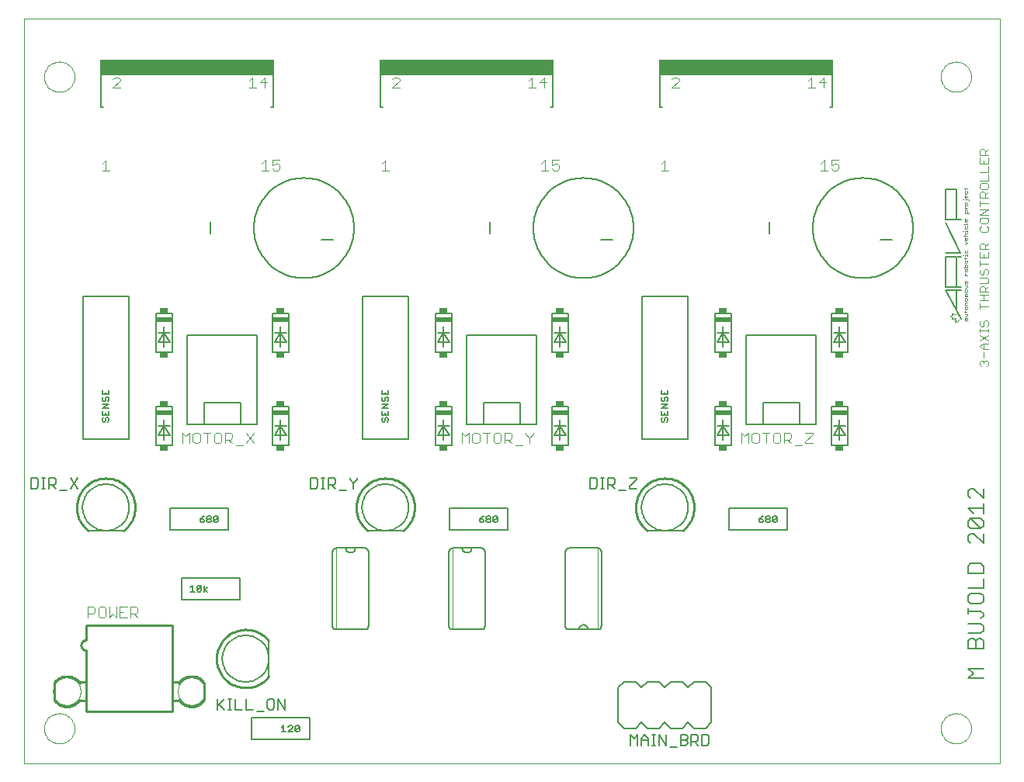
<source format=gto>
G75*
G70*
%OFA0B0*%
%FSLAX24Y24*%
%IPPOS*%
%LPD*%
%AMOC8*
5,1,8,0,0,1.08239X$1,22.5*
%
%ADD10C,0.0000*%
%ADD11C,0.0060*%
%ADD12C,0.0030*%
%ADD13C,0.0040*%
%ADD14R,0.7461X0.0659*%
%ADD15C,0.0080*%
%ADD16R,0.0736X0.0200*%
%ADD17R,0.0335X0.0250*%
%ADD18C,0.0100*%
%ADD19C,0.0050*%
%ADD20C,0.0020*%
D10*
X000101Y000105D02*
X000101Y032101D01*
X041971Y032101D01*
X041971Y000105D01*
X000101Y000105D01*
X000951Y001605D02*
X000953Y001655D01*
X000959Y001705D01*
X000969Y001755D01*
X000982Y001803D01*
X000999Y001851D01*
X001020Y001897D01*
X001044Y001941D01*
X001072Y001983D01*
X001103Y002023D01*
X001137Y002060D01*
X001174Y002095D01*
X001213Y002126D01*
X001254Y002155D01*
X001298Y002180D01*
X001344Y002202D01*
X001391Y002220D01*
X001439Y002234D01*
X001488Y002245D01*
X001538Y002252D01*
X001588Y002255D01*
X001639Y002254D01*
X001689Y002249D01*
X001739Y002240D01*
X001787Y002228D01*
X001835Y002211D01*
X001881Y002191D01*
X001926Y002168D01*
X001969Y002141D01*
X002009Y002111D01*
X002047Y002078D01*
X002082Y002042D01*
X002115Y002003D01*
X002144Y001962D01*
X002170Y001919D01*
X002193Y001874D01*
X002212Y001827D01*
X002227Y001779D01*
X002239Y001730D01*
X002247Y001680D01*
X002251Y001630D01*
X002251Y001580D01*
X002247Y001530D01*
X002239Y001480D01*
X002227Y001431D01*
X002212Y001383D01*
X002193Y001336D01*
X002170Y001291D01*
X002144Y001248D01*
X002115Y001207D01*
X002082Y001168D01*
X002047Y001132D01*
X002009Y001099D01*
X001969Y001069D01*
X001926Y001042D01*
X001881Y001019D01*
X001835Y000999D01*
X001787Y000982D01*
X001739Y000970D01*
X001689Y000961D01*
X001639Y000956D01*
X001588Y000955D01*
X001538Y000958D01*
X001488Y000965D01*
X001439Y000976D01*
X001391Y000990D01*
X001344Y001008D01*
X001298Y001030D01*
X001254Y001055D01*
X001213Y001084D01*
X001174Y001115D01*
X001137Y001150D01*
X001103Y001187D01*
X001072Y001227D01*
X001044Y001269D01*
X001020Y001313D01*
X000999Y001359D01*
X000982Y001407D01*
X000969Y001455D01*
X000959Y001505D01*
X000953Y001555D01*
X000951Y001605D01*
X001333Y003203D02*
X001335Y003251D01*
X001341Y003299D01*
X001351Y003346D01*
X001364Y003392D01*
X001382Y003437D01*
X001402Y003481D01*
X001427Y003523D01*
X001455Y003562D01*
X001485Y003599D01*
X001519Y003633D01*
X001556Y003665D01*
X001594Y003694D01*
X001635Y003719D01*
X001678Y003741D01*
X001723Y003759D01*
X001769Y003773D01*
X001816Y003784D01*
X001864Y003791D01*
X001912Y003794D01*
X001960Y003793D01*
X002008Y003788D01*
X002056Y003779D01*
X002102Y003767D01*
X002147Y003750D01*
X002191Y003730D01*
X002233Y003707D01*
X002273Y003680D01*
X002311Y003650D01*
X002346Y003617D01*
X002378Y003581D01*
X002408Y003543D01*
X002434Y003502D01*
X002456Y003459D01*
X002476Y003415D01*
X002491Y003370D01*
X002503Y003323D01*
X002511Y003275D01*
X002515Y003227D01*
X002515Y003179D01*
X002511Y003131D01*
X002503Y003083D01*
X002491Y003036D01*
X002476Y002991D01*
X002456Y002947D01*
X002434Y002904D01*
X002408Y002863D01*
X002378Y002825D01*
X002346Y002789D01*
X002311Y002756D01*
X002273Y002726D01*
X002233Y002699D01*
X002191Y002676D01*
X002147Y002656D01*
X002102Y002639D01*
X002056Y002627D01*
X002008Y002618D01*
X001960Y002613D01*
X001912Y002612D01*
X001864Y002615D01*
X001816Y002622D01*
X001769Y002633D01*
X001723Y002647D01*
X001678Y002665D01*
X001635Y002687D01*
X001594Y002712D01*
X001556Y002741D01*
X001519Y002773D01*
X001485Y002807D01*
X001455Y002844D01*
X001427Y002883D01*
X001402Y002925D01*
X001382Y002969D01*
X001364Y003014D01*
X001351Y003060D01*
X001341Y003107D01*
X001335Y003155D01*
X001333Y003203D01*
X006687Y003203D02*
X006689Y003251D01*
X006695Y003299D01*
X006705Y003346D01*
X006718Y003392D01*
X006736Y003437D01*
X006756Y003481D01*
X006781Y003523D01*
X006809Y003562D01*
X006839Y003599D01*
X006873Y003633D01*
X006910Y003665D01*
X006948Y003694D01*
X006989Y003719D01*
X007032Y003741D01*
X007077Y003759D01*
X007123Y003773D01*
X007170Y003784D01*
X007218Y003791D01*
X007266Y003794D01*
X007314Y003793D01*
X007362Y003788D01*
X007410Y003779D01*
X007456Y003767D01*
X007501Y003750D01*
X007545Y003730D01*
X007587Y003707D01*
X007627Y003680D01*
X007665Y003650D01*
X007700Y003617D01*
X007732Y003581D01*
X007762Y003543D01*
X007788Y003502D01*
X007810Y003459D01*
X007830Y003415D01*
X007845Y003370D01*
X007857Y003323D01*
X007865Y003275D01*
X007869Y003227D01*
X007869Y003179D01*
X007865Y003131D01*
X007857Y003083D01*
X007845Y003036D01*
X007830Y002991D01*
X007810Y002947D01*
X007788Y002904D01*
X007762Y002863D01*
X007732Y002825D01*
X007700Y002789D01*
X007665Y002756D01*
X007627Y002726D01*
X007587Y002699D01*
X007545Y002676D01*
X007501Y002656D01*
X007456Y002639D01*
X007410Y002627D01*
X007362Y002618D01*
X007314Y002613D01*
X007266Y002612D01*
X007218Y002615D01*
X007170Y002622D01*
X007123Y002633D01*
X007077Y002647D01*
X007032Y002665D01*
X006989Y002687D01*
X006948Y002712D01*
X006910Y002741D01*
X006873Y002773D01*
X006839Y002807D01*
X006809Y002844D01*
X006781Y002883D01*
X006756Y002925D01*
X006736Y002969D01*
X006718Y003014D01*
X006705Y003060D01*
X006695Y003107D01*
X006689Y003155D01*
X006687Y003203D01*
X039451Y001605D02*
X039453Y001655D01*
X039459Y001705D01*
X039469Y001755D01*
X039482Y001803D01*
X039499Y001851D01*
X039520Y001897D01*
X039544Y001941D01*
X039572Y001983D01*
X039603Y002023D01*
X039637Y002060D01*
X039674Y002095D01*
X039713Y002126D01*
X039754Y002155D01*
X039798Y002180D01*
X039844Y002202D01*
X039891Y002220D01*
X039939Y002234D01*
X039988Y002245D01*
X040038Y002252D01*
X040088Y002255D01*
X040139Y002254D01*
X040189Y002249D01*
X040239Y002240D01*
X040287Y002228D01*
X040335Y002211D01*
X040381Y002191D01*
X040426Y002168D01*
X040469Y002141D01*
X040509Y002111D01*
X040547Y002078D01*
X040582Y002042D01*
X040615Y002003D01*
X040644Y001962D01*
X040670Y001919D01*
X040693Y001874D01*
X040712Y001827D01*
X040727Y001779D01*
X040739Y001730D01*
X040747Y001680D01*
X040751Y001630D01*
X040751Y001580D01*
X040747Y001530D01*
X040739Y001480D01*
X040727Y001431D01*
X040712Y001383D01*
X040693Y001336D01*
X040670Y001291D01*
X040644Y001248D01*
X040615Y001207D01*
X040582Y001168D01*
X040547Y001132D01*
X040509Y001099D01*
X040469Y001069D01*
X040426Y001042D01*
X040381Y001019D01*
X040335Y000999D01*
X040287Y000982D01*
X040239Y000970D01*
X040189Y000961D01*
X040139Y000956D01*
X040088Y000955D01*
X040038Y000958D01*
X039988Y000965D01*
X039939Y000976D01*
X039891Y000990D01*
X039844Y001008D01*
X039798Y001030D01*
X039754Y001055D01*
X039713Y001084D01*
X039674Y001115D01*
X039637Y001150D01*
X039603Y001187D01*
X039572Y001227D01*
X039544Y001269D01*
X039520Y001313D01*
X039499Y001359D01*
X039482Y001407D01*
X039469Y001455D01*
X039459Y001505D01*
X039453Y001555D01*
X039451Y001605D01*
X039451Y029605D02*
X039453Y029655D01*
X039459Y029705D01*
X039469Y029755D01*
X039482Y029803D01*
X039499Y029851D01*
X039520Y029897D01*
X039544Y029941D01*
X039572Y029983D01*
X039603Y030023D01*
X039637Y030060D01*
X039674Y030095D01*
X039713Y030126D01*
X039754Y030155D01*
X039798Y030180D01*
X039844Y030202D01*
X039891Y030220D01*
X039939Y030234D01*
X039988Y030245D01*
X040038Y030252D01*
X040088Y030255D01*
X040139Y030254D01*
X040189Y030249D01*
X040239Y030240D01*
X040287Y030228D01*
X040335Y030211D01*
X040381Y030191D01*
X040426Y030168D01*
X040469Y030141D01*
X040509Y030111D01*
X040547Y030078D01*
X040582Y030042D01*
X040615Y030003D01*
X040644Y029962D01*
X040670Y029919D01*
X040693Y029874D01*
X040712Y029827D01*
X040727Y029779D01*
X040739Y029730D01*
X040747Y029680D01*
X040751Y029630D01*
X040751Y029580D01*
X040747Y029530D01*
X040739Y029480D01*
X040727Y029431D01*
X040712Y029383D01*
X040693Y029336D01*
X040670Y029291D01*
X040644Y029248D01*
X040615Y029207D01*
X040582Y029168D01*
X040547Y029132D01*
X040509Y029099D01*
X040469Y029069D01*
X040426Y029042D01*
X040381Y029019D01*
X040335Y028999D01*
X040287Y028982D01*
X040239Y028970D01*
X040189Y028961D01*
X040139Y028956D01*
X040088Y028955D01*
X040038Y028958D01*
X039988Y028965D01*
X039939Y028976D01*
X039891Y028990D01*
X039844Y029008D01*
X039798Y029030D01*
X039754Y029055D01*
X039713Y029084D01*
X039674Y029115D01*
X039637Y029150D01*
X039603Y029187D01*
X039572Y029227D01*
X039544Y029269D01*
X039520Y029313D01*
X039499Y029359D01*
X039482Y029407D01*
X039469Y029455D01*
X039459Y029505D01*
X039453Y029555D01*
X039451Y029605D01*
X000951Y029605D02*
X000953Y029655D01*
X000959Y029705D01*
X000969Y029755D01*
X000982Y029803D01*
X000999Y029851D01*
X001020Y029897D01*
X001044Y029941D01*
X001072Y029983D01*
X001103Y030023D01*
X001137Y030060D01*
X001174Y030095D01*
X001213Y030126D01*
X001254Y030155D01*
X001298Y030180D01*
X001344Y030202D01*
X001391Y030220D01*
X001439Y030234D01*
X001488Y030245D01*
X001538Y030252D01*
X001588Y030255D01*
X001639Y030254D01*
X001689Y030249D01*
X001739Y030240D01*
X001787Y030228D01*
X001835Y030211D01*
X001881Y030191D01*
X001926Y030168D01*
X001969Y030141D01*
X002009Y030111D01*
X002047Y030078D01*
X002082Y030042D01*
X002115Y030003D01*
X002144Y029962D01*
X002170Y029919D01*
X002193Y029874D01*
X002212Y029827D01*
X002227Y029779D01*
X002239Y029730D01*
X002247Y029680D01*
X002251Y029630D01*
X002251Y029580D01*
X002247Y029530D01*
X002239Y029480D01*
X002227Y029431D01*
X002212Y029383D01*
X002193Y029336D01*
X002170Y029291D01*
X002144Y029248D01*
X002115Y029207D01*
X002082Y029168D01*
X002047Y029132D01*
X002009Y029099D01*
X001969Y029069D01*
X001926Y029042D01*
X001881Y029019D01*
X001835Y028999D01*
X001787Y028982D01*
X001739Y028970D01*
X001689Y028961D01*
X001639Y028956D01*
X001588Y028955D01*
X001538Y028958D01*
X001488Y028965D01*
X001439Y028976D01*
X001391Y028990D01*
X001344Y029008D01*
X001298Y029030D01*
X001254Y029055D01*
X001213Y029084D01*
X001174Y029115D01*
X001137Y029150D01*
X001103Y029187D01*
X001072Y029227D01*
X001044Y029269D01*
X001020Y029313D01*
X000999Y029359D01*
X000982Y029407D01*
X000969Y029455D01*
X000959Y029505D01*
X000953Y029555D01*
X000951Y029605D01*
D11*
X003401Y029705D02*
X003401Y028305D01*
X003501Y028305D01*
X010701Y028305D02*
X010801Y028305D01*
X010801Y029705D01*
X015401Y029705D02*
X015401Y028305D01*
X015501Y028305D01*
X022701Y028305D02*
X022801Y028305D01*
X022801Y029705D01*
X027401Y029705D02*
X027401Y028305D01*
X027501Y028305D01*
X034701Y028305D02*
X034801Y028305D01*
X034801Y029705D01*
X034739Y019424D02*
X035463Y019424D01*
X035463Y017785D01*
X034739Y017785D01*
X034739Y019424D01*
X035101Y018855D02*
X035101Y018605D01*
X034851Y018605D01*
X035101Y018605D02*
X034851Y018205D01*
X035351Y018205D01*
X035101Y018605D01*
X035351Y018605D01*
X035101Y018605D02*
X035101Y018005D01*
X035463Y015424D02*
X034739Y015424D01*
X034739Y013785D01*
X035463Y013785D01*
X035463Y015424D01*
X035101Y014855D02*
X035101Y014605D01*
X034851Y014605D01*
X035101Y014605D02*
X034851Y014205D01*
X035351Y014205D01*
X035101Y014605D01*
X035351Y014605D01*
X035101Y014605D02*
X035101Y014005D01*
X030463Y013785D02*
X030463Y015424D01*
X029739Y015424D01*
X029739Y013785D01*
X030463Y013785D01*
X030101Y014005D02*
X030101Y014605D01*
X029851Y014605D01*
X030101Y014605D02*
X029851Y014205D01*
X030351Y014205D01*
X030101Y014605D01*
X030351Y014605D01*
X030101Y014605D02*
X030101Y014855D01*
X029739Y017785D02*
X030463Y017785D01*
X030463Y019424D01*
X029739Y019424D01*
X029739Y017785D01*
X030101Y018005D02*
X030101Y018605D01*
X029851Y018605D01*
X030101Y018605D02*
X029851Y018205D01*
X030351Y018205D01*
X030101Y018605D01*
X030351Y018605D01*
X030101Y018605D02*
X030101Y018855D01*
X023463Y019424D02*
X023463Y017785D01*
X022739Y017785D01*
X022739Y019424D01*
X023463Y019424D01*
X023101Y018855D02*
X023101Y018605D01*
X022851Y018605D01*
X023101Y018605D02*
X023351Y018605D01*
X023101Y018605D02*
X022851Y018205D01*
X023351Y018205D01*
X023101Y018605D01*
X023101Y018005D01*
X023463Y015424D02*
X022739Y015424D01*
X022739Y013785D01*
X023463Y013785D01*
X023463Y015424D01*
X023101Y014855D02*
X023101Y014605D01*
X022851Y014605D01*
X023101Y014605D02*
X023351Y014605D01*
X023101Y014605D02*
X022851Y014205D01*
X023351Y014205D01*
X023101Y014605D01*
X023101Y014005D01*
X018463Y013785D02*
X018463Y015424D01*
X017739Y015424D01*
X017739Y013785D01*
X018463Y013785D01*
X018101Y014005D02*
X018101Y014605D01*
X017851Y014605D01*
X018101Y014605D02*
X017851Y014205D01*
X018351Y014205D01*
X018101Y014605D01*
X018351Y014605D01*
X018101Y014605D02*
X018101Y014855D01*
X017739Y017785D02*
X018463Y017785D01*
X018463Y019424D01*
X017739Y019424D01*
X017739Y017785D01*
X018101Y018005D02*
X018101Y018605D01*
X017851Y018605D01*
X018101Y018605D02*
X017851Y018205D01*
X018351Y018205D01*
X018101Y018605D01*
X018351Y018605D01*
X018101Y018605D02*
X018101Y018855D01*
X011463Y019424D02*
X011463Y017785D01*
X010739Y017785D01*
X010739Y019424D01*
X011463Y019424D01*
X011101Y018855D02*
X011101Y018605D01*
X010851Y018605D01*
X011101Y018605D02*
X010851Y018205D01*
X011351Y018205D01*
X011101Y018605D01*
X011351Y018605D01*
X011101Y018605D02*
X011101Y018005D01*
X011463Y015424D02*
X010739Y015424D01*
X010739Y013785D01*
X011463Y013785D01*
X011463Y015424D01*
X011101Y014855D02*
X011101Y014605D01*
X010851Y014605D01*
X011101Y014605D02*
X010851Y014205D01*
X011351Y014205D01*
X011101Y014605D01*
X011351Y014605D01*
X011101Y014605D02*
X011101Y014005D01*
X006463Y013785D02*
X006463Y015424D01*
X005739Y015424D01*
X005739Y013785D01*
X006463Y013785D01*
X006101Y014005D02*
X006101Y014605D01*
X005851Y014605D01*
X006101Y014605D02*
X005851Y014205D01*
X006351Y014205D01*
X006101Y014605D01*
X006351Y014605D01*
X006101Y014605D02*
X006101Y014855D01*
X005739Y017785D02*
X006463Y017785D01*
X006463Y019424D01*
X005739Y019424D01*
X005739Y017785D01*
X006101Y018005D02*
X006101Y018605D01*
X005851Y018605D01*
X006101Y018605D02*
X005851Y018205D01*
X006351Y018205D01*
X006101Y018605D01*
X006351Y018605D01*
X006101Y018605D02*
X006101Y018855D01*
X002601Y011105D02*
X002603Y011168D01*
X002609Y011230D01*
X002619Y011292D01*
X002632Y011354D01*
X002650Y011414D01*
X002671Y011473D01*
X002696Y011531D01*
X002725Y011587D01*
X002757Y011641D01*
X002792Y011693D01*
X002830Y011742D01*
X002872Y011790D01*
X002916Y011834D01*
X002964Y011876D01*
X003013Y011914D01*
X003065Y011949D01*
X003119Y011981D01*
X003175Y012010D01*
X003233Y012035D01*
X003292Y012056D01*
X003352Y012074D01*
X003414Y012087D01*
X003476Y012097D01*
X003538Y012103D01*
X003601Y012105D01*
X003664Y012103D01*
X003726Y012097D01*
X003788Y012087D01*
X003850Y012074D01*
X003910Y012056D01*
X003969Y012035D01*
X004027Y012010D01*
X004083Y011981D01*
X004137Y011949D01*
X004189Y011914D01*
X004238Y011876D01*
X004286Y011834D01*
X004330Y011790D01*
X004372Y011742D01*
X004410Y011693D01*
X004445Y011641D01*
X004477Y011587D01*
X004506Y011531D01*
X004531Y011473D01*
X004552Y011414D01*
X004570Y011354D01*
X004583Y011292D01*
X004593Y011230D01*
X004599Y011168D01*
X004601Y011105D01*
X004599Y011042D01*
X004593Y010980D01*
X004583Y010918D01*
X004570Y010856D01*
X004552Y010796D01*
X004531Y010737D01*
X004506Y010679D01*
X004477Y010623D01*
X004445Y010569D01*
X004410Y010517D01*
X004372Y010468D01*
X004330Y010420D01*
X004286Y010376D01*
X004238Y010334D01*
X004189Y010296D01*
X004137Y010261D01*
X004083Y010229D01*
X004027Y010200D01*
X003969Y010175D01*
X003910Y010154D01*
X003850Y010136D01*
X003788Y010123D01*
X003726Y010113D01*
X003664Y010107D01*
X003601Y010105D01*
X003538Y010107D01*
X003476Y010113D01*
X003414Y010123D01*
X003352Y010136D01*
X003292Y010154D01*
X003233Y010175D01*
X003175Y010200D01*
X003119Y010229D01*
X003065Y010261D01*
X003013Y010296D01*
X002964Y010334D01*
X002916Y010376D01*
X002872Y010420D01*
X002830Y010468D01*
X002792Y010517D01*
X002757Y010569D01*
X002725Y010623D01*
X002696Y010679D01*
X002671Y010737D01*
X002650Y010796D01*
X002632Y010856D01*
X002619Y010918D01*
X002609Y010980D01*
X002603Y011042D01*
X002601Y011105D01*
X008601Y004605D02*
X008603Y004668D01*
X008609Y004730D01*
X008619Y004792D01*
X008632Y004854D01*
X008650Y004914D01*
X008671Y004973D01*
X008696Y005031D01*
X008725Y005087D01*
X008757Y005141D01*
X008792Y005193D01*
X008830Y005242D01*
X008872Y005290D01*
X008916Y005334D01*
X008964Y005376D01*
X009013Y005414D01*
X009065Y005449D01*
X009119Y005481D01*
X009175Y005510D01*
X009233Y005535D01*
X009292Y005556D01*
X009352Y005574D01*
X009414Y005587D01*
X009476Y005597D01*
X009538Y005603D01*
X009601Y005605D01*
X009664Y005603D01*
X009726Y005597D01*
X009788Y005587D01*
X009850Y005574D01*
X009910Y005556D01*
X009969Y005535D01*
X010027Y005510D01*
X010083Y005481D01*
X010137Y005449D01*
X010189Y005414D01*
X010238Y005376D01*
X010286Y005334D01*
X010330Y005290D01*
X010372Y005242D01*
X010410Y005193D01*
X010445Y005141D01*
X010477Y005087D01*
X010506Y005031D01*
X010531Y004973D01*
X010552Y004914D01*
X010570Y004854D01*
X010583Y004792D01*
X010593Y004730D01*
X010599Y004668D01*
X010601Y004605D01*
X010599Y004542D01*
X010593Y004480D01*
X010583Y004418D01*
X010570Y004356D01*
X010552Y004296D01*
X010531Y004237D01*
X010506Y004179D01*
X010477Y004123D01*
X010445Y004069D01*
X010410Y004017D01*
X010372Y003968D01*
X010330Y003920D01*
X010286Y003876D01*
X010238Y003834D01*
X010189Y003796D01*
X010137Y003761D01*
X010083Y003729D01*
X010027Y003700D01*
X009969Y003675D01*
X009910Y003654D01*
X009850Y003636D01*
X009788Y003623D01*
X009726Y003613D01*
X009664Y003607D01*
X009601Y003605D01*
X009538Y003607D01*
X009476Y003613D01*
X009414Y003623D01*
X009352Y003636D01*
X009292Y003654D01*
X009233Y003675D01*
X009175Y003700D01*
X009119Y003729D01*
X009065Y003761D01*
X009013Y003796D01*
X008964Y003834D01*
X008916Y003876D01*
X008872Y003920D01*
X008830Y003968D01*
X008792Y004017D01*
X008757Y004069D01*
X008725Y004123D01*
X008696Y004179D01*
X008671Y004237D01*
X008650Y004296D01*
X008632Y004356D01*
X008619Y004418D01*
X008609Y004480D01*
X008603Y004542D01*
X008601Y004605D01*
X013331Y006005D02*
X013331Y009205D01*
X013333Y009228D01*
X013338Y009251D01*
X013347Y009273D01*
X013360Y009293D01*
X013375Y009311D01*
X013393Y009326D01*
X013413Y009339D01*
X013435Y009348D01*
X013458Y009353D01*
X013481Y009355D01*
X013901Y009355D01*
X014301Y009355D01*
X014721Y009355D01*
X014744Y009353D01*
X014767Y009348D01*
X014789Y009339D01*
X014809Y009326D01*
X014827Y009311D01*
X014842Y009293D01*
X014855Y009273D01*
X014864Y009251D01*
X014869Y009228D01*
X014871Y009205D01*
X014871Y006005D01*
X014869Y005982D01*
X014864Y005959D01*
X014855Y005937D01*
X014842Y005917D01*
X014827Y005899D01*
X014809Y005884D01*
X014789Y005871D01*
X014767Y005862D01*
X014744Y005857D01*
X014721Y005855D01*
X013481Y005855D01*
X013458Y005857D01*
X013435Y005862D01*
X013413Y005871D01*
X013393Y005884D01*
X013375Y005899D01*
X013360Y005917D01*
X013347Y005937D01*
X013338Y005959D01*
X013333Y005982D01*
X013331Y006005D01*
X013901Y009355D02*
X013903Y009328D01*
X013908Y009301D01*
X013918Y009275D01*
X013930Y009251D01*
X013946Y009229D01*
X013964Y009209D01*
X013986Y009192D01*
X014009Y009177D01*
X014034Y009167D01*
X014060Y009159D01*
X014087Y009155D01*
X014115Y009155D01*
X014142Y009159D01*
X014168Y009167D01*
X014193Y009177D01*
X014216Y009192D01*
X014238Y009209D01*
X014256Y009229D01*
X014272Y009251D01*
X014284Y009275D01*
X014294Y009301D01*
X014299Y009328D01*
X014301Y009355D01*
X014601Y011105D02*
X014603Y011168D01*
X014609Y011230D01*
X014619Y011292D01*
X014632Y011354D01*
X014650Y011414D01*
X014671Y011473D01*
X014696Y011531D01*
X014725Y011587D01*
X014757Y011641D01*
X014792Y011693D01*
X014830Y011742D01*
X014872Y011790D01*
X014916Y011834D01*
X014964Y011876D01*
X015013Y011914D01*
X015065Y011949D01*
X015119Y011981D01*
X015175Y012010D01*
X015233Y012035D01*
X015292Y012056D01*
X015352Y012074D01*
X015414Y012087D01*
X015476Y012097D01*
X015538Y012103D01*
X015601Y012105D01*
X015664Y012103D01*
X015726Y012097D01*
X015788Y012087D01*
X015850Y012074D01*
X015910Y012056D01*
X015969Y012035D01*
X016027Y012010D01*
X016083Y011981D01*
X016137Y011949D01*
X016189Y011914D01*
X016238Y011876D01*
X016286Y011834D01*
X016330Y011790D01*
X016372Y011742D01*
X016410Y011693D01*
X016445Y011641D01*
X016477Y011587D01*
X016506Y011531D01*
X016531Y011473D01*
X016552Y011414D01*
X016570Y011354D01*
X016583Y011292D01*
X016593Y011230D01*
X016599Y011168D01*
X016601Y011105D01*
X016599Y011042D01*
X016593Y010980D01*
X016583Y010918D01*
X016570Y010856D01*
X016552Y010796D01*
X016531Y010737D01*
X016506Y010679D01*
X016477Y010623D01*
X016445Y010569D01*
X016410Y010517D01*
X016372Y010468D01*
X016330Y010420D01*
X016286Y010376D01*
X016238Y010334D01*
X016189Y010296D01*
X016137Y010261D01*
X016083Y010229D01*
X016027Y010200D01*
X015969Y010175D01*
X015910Y010154D01*
X015850Y010136D01*
X015788Y010123D01*
X015726Y010113D01*
X015664Y010107D01*
X015601Y010105D01*
X015538Y010107D01*
X015476Y010113D01*
X015414Y010123D01*
X015352Y010136D01*
X015292Y010154D01*
X015233Y010175D01*
X015175Y010200D01*
X015119Y010229D01*
X015065Y010261D01*
X015013Y010296D01*
X014964Y010334D01*
X014916Y010376D01*
X014872Y010420D01*
X014830Y010468D01*
X014792Y010517D01*
X014757Y010569D01*
X014725Y010623D01*
X014696Y010679D01*
X014671Y010737D01*
X014650Y010796D01*
X014632Y010856D01*
X014619Y010918D01*
X014609Y010980D01*
X014603Y011042D01*
X014601Y011105D01*
X018331Y009205D02*
X018331Y006005D01*
X018333Y005982D01*
X018338Y005959D01*
X018347Y005937D01*
X018360Y005917D01*
X018375Y005899D01*
X018393Y005884D01*
X018413Y005871D01*
X018435Y005862D01*
X018458Y005857D01*
X018481Y005855D01*
X019721Y005855D01*
X019744Y005857D01*
X019767Y005862D01*
X019789Y005871D01*
X019809Y005884D01*
X019827Y005899D01*
X019842Y005917D01*
X019855Y005937D01*
X019864Y005959D01*
X019869Y005982D01*
X019871Y006005D01*
X019871Y009205D01*
X019869Y009228D01*
X019864Y009251D01*
X019855Y009273D01*
X019842Y009293D01*
X019827Y009311D01*
X019809Y009326D01*
X019789Y009339D01*
X019767Y009348D01*
X019744Y009353D01*
X019721Y009355D01*
X019301Y009355D01*
X018901Y009355D01*
X018481Y009355D01*
X018458Y009353D01*
X018435Y009348D01*
X018413Y009339D01*
X018393Y009326D01*
X018375Y009311D01*
X018360Y009293D01*
X018347Y009273D01*
X018338Y009251D01*
X018333Y009228D01*
X018331Y009205D01*
X018901Y009355D02*
X018903Y009328D01*
X018908Y009301D01*
X018918Y009275D01*
X018930Y009251D01*
X018946Y009229D01*
X018964Y009209D01*
X018986Y009192D01*
X019009Y009177D01*
X019034Y009167D01*
X019060Y009159D01*
X019087Y009155D01*
X019115Y009155D01*
X019142Y009159D01*
X019168Y009167D01*
X019193Y009177D01*
X019216Y009192D01*
X019238Y009209D01*
X019256Y009229D01*
X019272Y009251D01*
X019284Y009275D01*
X019294Y009301D01*
X019299Y009328D01*
X019301Y009355D01*
X023331Y009205D02*
X023331Y006005D01*
X023333Y005982D01*
X023338Y005959D01*
X023347Y005937D01*
X023360Y005917D01*
X023375Y005899D01*
X023393Y005884D01*
X023413Y005871D01*
X023435Y005862D01*
X023458Y005857D01*
X023481Y005855D01*
X023901Y005855D01*
X024301Y005855D01*
X024721Y005855D01*
X024744Y005857D01*
X024767Y005862D01*
X024789Y005871D01*
X024809Y005884D01*
X024827Y005899D01*
X024842Y005917D01*
X024855Y005937D01*
X024864Y005959D01*
X024869Y005982D01*
X024871Y006005D01*
X024871Y009205D01*
X024869Y009228D01*
X024864Y009251D01*
X024855Y009273D01*
X024842Y009293D01*
X024827Y009311D01*
X024809Y009326D01*
X024789Y009339D01*
X024767Y009348D01*
X024744Y009353D01*
X024721Y009355D01*
X023481Y009355D01*
X023458Y009353D01*
X023435Y009348D01*
X023413Y009339D01*
X023393Y009326D01*
X023375Y009311D01*
X023360Y009293D01*
X023347Y009273D01*
X023338Y009251D01*
X023333Y009228D01*
X023331Y009205D01*
X023901Y005855D02*
X023903Y005882D01*
X023908Y005909D01*
X023918Y005935D01*
X023930Y005959D01*
X023946Y005981D01*
X023964Y006001D01*
X023986Y006018D01*
X024009Y006033D01*
X024034Y006043D01*
X024060Y006051D01*
X024087Y006055D01*
X024115Y006055D01*
X024142Y006051D01*
X024168Y006043D01*
X024193Y006033D01*
X024216Y006018D01*
X024238Y006001D01*
X024256Y005981D01*
X024272Y005959D01*
X024284Y005935D01*
X024294Y005909D01*
X024299Y005882D01*
X024301Y005855D01*
X025851Y003605D02*
X026351Y003605D01*
X026601Y003355D01*
X026851Y003605D01*
X027351Y003605D01*
X027601Y003355D01*
X027851Y003605D01*
X028351Y003605D01*
X028601Y003355D01*
X028851Y003605D01*
X029351Y003605D01*
X029601Y003355D01*
X029601Y001855D01*
X029351Y001605D01*
X028851Y001605D01*
X028601Y001855D01*
X028351Y001605D01*
X027851Y001605D01*
X027601Y001855D01*
X027351Y001605D01*
X026851Y001605D01*
X026601Y001855D01*
X026351Y001605D01*
X025851Y001605D01*
X025601Y001855D01*
X025601Y003355D01*
X025851Y003605D01*
X026601Y011105D02*
X026603Y011168D01*
X026609Y011230D01*
X026619Y011292D01*
X026632Y011354D01*
X026650Y011414D01*
X026671Y011473D01*
X026696Y011531D01*
X026725Y011587D01*
X026757Y011641D01*
X026792Y011693D01*
X026830Y011742D01*
X026872Y011790D01*
X026916Y011834D01*
X026964Y011876D01*
X027013Y011914D01*
X027065Y011949D01*
X027119Y011981D01*
X027175Y012010D01*
X027233Y012035D01*
X027292Y012056D01*
X027352Y012074D01*
X027414Y012087D01*
X027476Y012097D01*
X027538Y012103D01*
X027601Y012105D01*
X027664Y012103D01*
X027726Y012097D01*
X027788Y012087D01*
X027850Y012074D01*
X027910Y012056D01*
X027969Y012035D01*
X028027Y012010D01*
X028083Y011981D01*
X028137Y011949D01*
X028189Y011914D01*
X028238Y011876D01*
X028286Y011834D01*
X028330Y011790D01*
X028372Y011742D01*
X028410Y011693D01*
X028445Y011641D01*
X028477Y011587D01*
X028506Y011531D01*
X028531Y011473D01*
X028552Y011414D01*
X028570Y011354D01*
X028583Y011292D01*
X028593Y011230D01*
X028599Y011168D01*
X028601Y011105D01*
X028599Y011042D01*
X028593Y010980D01*
X028583Y010918D01*
X028570Y010856D01*
X028552Y010796D01*
X028531Y010737D01*
X028506Y010679D01*
X028477Y010623D01*
X028445Y010569D01*
X028410Y010517D01*
X028372Y010468D01*
X028330Y010420D01*
X028286Y010376D01*
X028238Y010334D01*
X028189Y010296D01*
X028137Y010261D01*
X028083Y010229D01*
X028027Y010200D01*
X027969Y010175D01*
X027910Y010154D01*
X027850Y010136D01*
X027788Y010123D01*
X027726Y010113D01*
X027664Y010107D01*
X027601Y010105D01*
X027538Y010107D01*
X027476Y010113D01*
X027414Y010123D01*
X027352Y010136D01*
X027292Y010154D01*
X027233Y010175D01*
X027175Y010200D01*
X027119Y010229D01*
X027065Y010261D01*
X027013Y010296D01*
X026964Y010334D01*
X026916Y010376D01*
X026872Y010420D01*
X026830Y010468D01*
X026792Y010517D01*
X026757Y010569D01*
X026725Y010623D01*
X026696Y010679D01*
X026671Y010737D01*
X026650Y010796D01*
X026632Y010856D01*
X026619Y010918D01*
X026609Y010980D01*
X026603Y011042D01*
X026601Y011105D01*
X040630Y011059D02*
X041271Y011059D01*
X041271Y011272D02*
X041271Y010845D01*
X041164Y010628D02*
X041271Y010521D01*
X041271Y010308D01*
X041164Y010201D01*
X040737Y010628D01*
X041164Y010628D01*
X040844Y010845D02*
X040630Y011059D01*
X040737Y011490D02*
X040630Y011597D01*
X040630Y011810D01*
X040737Y011917D01*
X040844Y011917D01*
X041271Y011490D01*
X041271Y011917D01*
X040737Y010628D02*
X040630Y010521D01*
X040630Y010308D01*
X040737Y010201D01*
X041164Y010201D01*
X041271Y009983D02*
X041271Y009556D01*
X040844Y009983D01*
X040737Y009983D01*
X040630Y009877D01*
X040630Y009663D01*
X040737Y009556D01*
X040737Y008694D02*
X040630Y008588D01*
X040630Y008267D01*
X041271Y008267D01*
X041271Y008588D01*
X041164Y008694D01*
X040737Y008694D01*
X041271Y008050D02*
X041271Y007623D01*
X040630Y007623D01*
X040737Y007405D02*
X040630Y007298D01*
X040630Y007085D01*
X040737Y006978D01*
X041164Y006978D01*
X041271Y007085D01*
X041271Y007298D01*
X041164Y007405D01*
X040737Y007405D01*
X040630Y006761D02*
X040630Y006547D01*
X040630Y006654D02*
X041164Y006654D01*
X041271Y006547D01*
X041271Y006440D01*
X041164Y006334D01*
X041164Y006116D02*
X040630Y006116D01*
X040630Y005689D02*
X041164Y005689D01*
X041271Y005796D01*
X041271Y006009D01*
X041164Y006116D01*
X041164Y005472D02*
X041271Y005365D01*
X041271Y005045D01*
X040630Y005045D01*
X040630Y005365D01*
X040737Y005472D01*
X040844Y005472D01*
X040951Y005365D01*
X040951Y005045D01*
X040951Y005365D02*
X041057Y005472D01*
X041164Y005472D01*
X041271Y004183D02*
X040630Y004183D01*
X040844Y003969D01*
X040630Y003756D01*
X041271Y003756D01*
D12*
X041177Y017166D02*
X041115Y017228D01*
X041115Y017351D01*
X041177Y017413D01*
X041239Y017413D01*
X041301Y017351D01*
X041362Y017413D01*
X041424Y017413D01*
X041486Y017351D01*
X041486Y017228D01*
X041424Y017166D01*
X041301Y017290D02*
X041301Y017351D01*
X041301Y017535D02*
X041301Y017781D01*
X041301Y017903D02*
X041301Y018150D01*
X041239Y018150D02*
X041486Y018150D01*
X041486Y018271D02*
X041115Y018518D01*
X041115Y018640D02*
X041115Y018763D01*
X041115Y018701D02*
X041486Y018701D01*
X041486Y018640D02*
X041486Y018763D01*
X041424Y018885D02*
X041486Y018947D01*
X041486Y019070D01*
X041424Y019132D01*
X041362Y019132D01*
X041301Y019070D01*
X041301Y018947D01*
X041239Y018885D01*
X041177Y018885D01*
X041115Y018947D01*
X041115Y019070D01*
X041177Y019132D01*
X041115Y019622D02*
X041115Y019869D01*
X041115Y019990D02*
X041486Y019990D01*
X041301Y019990D02*
X041301Y020237D01*
X041362Y020358D02*
X041362Y020543D01*
X041301Y020605D01*
X041177Y020605D01*
X041115Y020543D01*
X041115Y020358D01*
X041486Y020358D01*
X041486Y020237D02*
X041115Y020237D01*
X041362Y020482D02*
X041486Y020605D01*
X041424Y020727D02*
X041115Y020727D01*
X041115Y020973D02*
X041424Y020973D01*
X041486Y020912D01*
X041486Y020788D01*
X041424Y020727D01*
X041424Y021095D02*
X041486Y021157D01*
X041486Y021280D01*
X041424Y021342D01*
X041362Y021342D01*
X041301Y021280D01*
X041301Y021157D01*
X041239Y021095D01*
X041177Y021095D01*
X041115Y021157D01*
X041115Y021280D01*
X041177Y021342D01*
X041115Y021463D02*
X041115Y021710D01*
X041115Y021832D02*
X041486Y021832D01*
X041486Y022078D01*
X041486Y022200D02*
X041115Y022200D01*
X041115Y022385D01*
X041177Y022447D01*
X041301Y022447D01*
X041362Y022385D01*
X041362Y022200D01*
X041362Y022323D02*
X041486Y022447D01*
X041115Y022078D02*
X041115Y021832D01*
X041301Y021832D02*
X041301Y021955D01*
X041486Y021587D02*
X041115Y021587D01*
X041177Y022936D02*
X041424Y022936D01*
X041486Y022998D01*
X041486Y023122D01*
X041424Y023183D01*
X041424Y023305D02*
X041177Y023305D01*
X041115Y023366D01*
X041115Y023490D01*
X041177Y023552D01*
X041424Y023552D01*
X041486Y023490D01*
X041486Y023366D01*
X041424Y023305D01*
X041177Y023183D02*
X041115Y023122D01*
X041115Y022998D01*
X041177Y022936D01*
X041115Y023673D02*
X041486Y023920D01*
X041115Y023920D01*
X041115Y024041D02*
X041115Y024288D01*
X041115Y024410D02*
X041115Y024595D01*
X041177Y024657D01*
X041301Y024657D01*
X041362Y024595D01*
X041362Y024410D01*
X041362Y024533D02*
X041486Y024657D01*
X041424Y024778D02*
X041486Y024840D01*
X041486Y024963D01*
X041424Y025025D01*
X041177Y025025D01*
X041115Y024963D01*
X041115Y024840D01*
X041177Y024778D01*
X041424Y024778D01*
X041486Y024410D02*
X041115Y024410D01*
X041115Y024165D02*
X041486Y024165D01*
X041486Y023673D02*
X041115Y023673D01*
X041115Y025146D02*
X041486Y025146D01*
X041486Y025393D01*
X041486Y025515D02*
X041115Y025515D01*
X041115Y025883D02*
X041486Y025883D01*
X041486Y026130D01*
X041486Y026251D02*
X041115Y026251D01*
X041115Y026436D01*
X041177Y026498D01*
X041301Y026498D01*
X041362Y026436D01*
X041362Y026251D01*
X041362Y026375D02*
X041486Y026498D01*
X041115Y026130D02*
X041115Y025883D01*
X041301Y025883D02*
X041301Y026006D01*
X041486Y025761D02*
X041486Y025515D01*
X041486Y019745D02*
X041115Y019745D01*
X041486Y018518D02*
X041115Y018271D01*
X041239Y018150D02*
X041115Y018026D01*
X041239Y017903D01*
X041486Y017903D01*
D13*
X033940Y014321D02*
X033940Y014245D01*
X033633Y013938D01*
X033633Y013861D01*
X033940Y013861D01*
X033940Y014321D02*
X033633Y014321D01*
X033019Y014245D02*
X033019Y014091D01*
X032942Y014014D01*
X032712Y014014D01*
X032712Y013861D02*
X032712Y014321D01*
X032942Y014321D01*
X033019Y014245D01*
X032866Y014014D02*
X033019Y013861D01*
X033173Y013784D02*
X033479Y013784D01*
X032559Y013938D02*
X032559Y014245D01*
X032482Y014321D01*
X032329Y014321D01*
X032252Y014245D01*
X032252Y013938D01*
X032329Y013861D01*
X032482Y013861D01*
X032559Y013938D01*
X032098Y014321D02*
X031791Y014321D01*
X031945Y014321D02*
X031945Y013861D01*
X031638Y013938D02*
X031638Y014245D01*
X031561Y014321D01*
X031408Y014321D01*
X031331Y014245D01*
X031331Y013938D01*
X031408Y013861D01*
X031561Y013861D01*
X031638Y013938D01*
X031178Y013861D02*
X031178Y014321D01*
X031024Y014168D01*
X030871Y014321D01*
X030871Y013861D01*
X021940Y014245D02*
X021940Y014321D01*
X021940Y014245D02*
X021786Y014091D01*
X021786Y013861D01*
X021786Y014091D02*
X021633Y014245D01*
X021633Y014321D01*
X021479Y013784D02*
X021173Y013784D01*
X021019Y013861D02*
X020866Y014014D01*
X020942Y014014D02*
X020712Y014014D01*
X020712Y013861D02*
X020712Y014321D01*
X020942Y014321D01*
X021019Y014245D01*
X021019Y014091D01*
X020942Y014014D01*
X020559Y013938D02*
X020559Y014245D01*
X020482Y014321D01*
X020329Y014321D01*
X020252Y014245D01*
X020252Y013938D01*
X020329Y013861D01*
X020482Y013861D01*
X020559Y013938D01*
X020098Y014321D02*
X019791Y014321D01*
X019945Y014321D02*
X019945Y013861D01*
X019638Y013938D02*
X019638Y014245D01*
X019561Y014321D01*
X019408Y014321D01*
X019331Y014245D01*
X019331Y013938D01*
X019408Y013861D01*
X019561Y013861D01*
X019638Y013938D01*
X019178Y013861D02*
X019178Y014321D01*
X019024Y014168D01*
X018871Y014321D01*
X018871Y013861D01*
X009940Y013861D02*
X009633Y014321D01*
X009940Y014321D02*
X009633Y013861D01*
X009479Y013784D02*
X009173Y013784D01*
X009019Y013861D02*
X008866Y014014D01*
X008942Y014014D02*
X008712Y014014D01*
X008712Y013861D02*
X008712Y014321D01*
X008942Y014321D01*
X009019Y014245D01*
X009019Y014091D01*
X008942Y014014D01*
X008559Y013938D02*
X008559Y014245D01*
X008482Y014321D01*
X008329Y014321D01*
X008252Y014245D01*
X008252Y013938D01*
X008329Y013861D01*
X008482Y013861D01*
X008559Y013938D01*
X008098Y014321D02*
X007791Y014321D01*
X007945Y014321D02*
X007945Y013861D01*
X007638Y013938D02*
X007638Y014245D01*
X007561Y014321D01*
X007408Y014321D01*
X007331Y014245D01*
X007331Y013938D01*
X007408Y013861D01*
X007561Y013861D01*
X007638Y013938D01*
X007178Y013861D02*
X007178Y014321D01*
X007024Y014168D01*
X006871Y014321D01*
X006871Y013861D01*
X004890Y006835D02*
X004967Y006758D01*
X004967Y006605D01*
X004890Y006528D01*
X004660Y006528D01*
X004660Y006375D02*
X004660Y006835D01*
X004890Y006835D01*
X004814Y006528D02*
X004967Y006375D01*
X004507Y006375D02*
X004200Y006375D01*
X004200Y006835D01*
X004507Y006835D01*
X004353Y006605D02*
X004200Y006605D01*
X004046Y006375D02*
X004046Y006835D01*
X003740Y006835D02*
X003740Y006375D01*
X003893Y006528D01*
X004046Y006375D01*
X003586Y006451D02*
X003586Y006758D01*
X003509Y006835D01*
X003356Y006835D01*
X003279Y006758D01*
X003279Y006451D01*
X003356Y006375D01*
X003509Y006375D01*
X003586Y006451D01*
X003126Y006605D02*
X003049Y006528D01*
X002819Y006528D01*
X002819Y006375D02*
X002819Y006835D01*
X003049Y006835D01*
X003126Y006758D01*
X003126Y006605D01*
X003449Y025555D02*
X003755Y025555D01*
X003602Y025555D02*
X003602Y026015D01*
X003449Y025861D01*
X003902Y029125D02*
X004209Y029432D01*
X004209Y029508D01*
X004132Y029585D01*
X003978Y029585D01*
X003902Y029508D01*
X003902Y029125D02*
X004209Y029125D01*
X009746Y029125D02*
X010053Y029125D01*
X009900Y029125D02*
X009900Y029585D01*
X009746Y029432D01*
X010207Y029355D02*
X010513Y029355D01*
X010437Y029585D02*
X010207Y029355D01*
X010437Y029125D02*
X010437Y029585D01*
X010446Y026038D02*
X010446Y025578D01*
X010293Y025578D02*
X010600Y025578D01*
X010753Y025655D02*
X010830Y025578D01*
X010984Y025578D01*
X011060Y025655D01*
X011060Y025808D01*
X010984Y025885D01*
X010907Y025885D01*
X010753Y025808D01*
X010753Y026038D01*
X011060Y026038D01*
X010446Y026038D02*
X010293Y025885D01*
X015449Y025861D02*
X015602Y026015D01*
X015602Y025555D01*
X015449Y025555D02*
X015755Y025555D01*
X015902Y029125D02*
X016209Y029432D01*
X016209Y029508D01*
X016132Y029585D01*
X015978Y029585D01*
X015902Y029508D01*
X015902Y029125D02*
X016209Y029125D01*
X021746Y029125D02*
X022053Y029125D01*
X021900Y029125D02*
X021900Y029585D01*
X021746Y029432D01*
X022207Y029355D02*
X022513Y029355D01*
X022437Y029585D02*
X022207Y029355D01*
X022437Y029125D02*
X022437Y029585D01*
X022446Y026038D02*
X022293Y025885D01*
X022446Y026038D02*
X022446Y025578D01*
X022293Y025578D02*
X022600Y025578D01*
X022753Y025655D02*
X022830Y025578D01*
X022984Y025578D01*
X023060Y025655D01*
X023060Y025808D01*
X022984Y025885D01*
X022907Y025885D01*
X022753Y025808D01*
X022753Y026038D01*
X023060Y026038D01*
X027449Y025861D02*
X027602Y026015D01*
X027602Y025555D01*
X027449Y025555D02*
X027755Y025555D01*
X027902Y029125D02*
X028209Y029432D01*
X028209Y029508D01*
X028132Y029585D01*
X027978Y029585D01*
X027902Y029508D01*
X027902Y029125D02*
X028209Y029125D01*
X033746Y029125D02*
X034053Y029125D01*
X033900Y029125D02*
X033900Y029585D01*
X033746Y029432D01*
X034207Y029355D02*
X034513Y029355D01*
X034437Y029125D02*
X034437Y029585D01*
X034207Y029355D01*
X034446Y026038D02*
X034446Y025578D01*
X034293Y025578D02*
X034600Y025578D01*
X034753Y025655D02*
X034830Y025578D01*
X034984Y025578D01*
X035060Y025655D01*
X035060Y025808D01*
X034984Y025885D01*
X034907Y025885D01*
X034753Y025808D01*
X034753Y026038D01*
X035060Y026038D01*
X034446Y026038D02*
X034293Y025885D01*
D14*
X031101Y030003D03*
X019101Y030003D03*
X007101Y030003D03*
D15*
X008101Y023355D02*
X008101Y022855D01*
X009951Y023105D02*
X009954Y023210D01*
X009961Y023316D01*
X009974Y023420D01*
X009992Y023524D01*
X010015Y023627D01*
X010044Y023729D01*
X010077Y023829D01*
X010115Y023928D01*
X010157Y024024D01*
X010205Y024119D01*
X010257Y024210D01*
X010313Y024299D01*
X010374Y024386D01*
X010439Y024469D01*
X010508Y024549D01*
X010581Y024625D01*
X010657Y024698D01*
X010737Y024767D01*
X010820Y024832D01*
X010907Y024893D01*
X010996Y024949D01*
X011087Y025001D01*
X011182Y025049D01*
X011278Y025091D01*
X011377Y025129D01*
X011477Y025162D01*
X011579Y025191D01*
X011682Y025214D01*
X011786Y025232D01*
X011890Y025245D01*
X011996Y025252D01*
X012101Y025255D01*
X012206Y025252D01*
X012312Y025245D01*
X012416Y025232D01*
X012520Y025214D01*
X012623Y025191D01*
X012725Y025162D01*
X012825Y025129D01*
X012924Y025091D01*
X013020Y025049D01*
X013115Y025001D01*
X013206Y024949D01*
X013295Y024893D01*
X013382Y024832D01*
X013465Y024767D01*
X013545Y024698D01*
X013621Y024625D01*
X013694Y024549D01*
X013763Y024469D01*
X013828Y024386D01*
X013889Y024299D01*
X013945Y024210D01*
X013997Y024119D01*
X014045Y024024D01*
X014087Y023928D01*
X014125Y023829D01*
X014158Y023729D01*
X014187Y023627D01*
X014210Y023524D01*
X014228Y023420D01*
X014241Y023316D01*
X014248Y023210D01*
X014251Y023105D01*
X014248Y023000D01*
X014241Y022894D01*
X014228Y022790D01*
X014210Y022686D01*
X014187Y022583D01*
X014158Y022481D01*
X014125Y022381D01*
X014087Y022282D01*
X014045Y022186D01*
X013997Y022091D01*
X013945Y022000D01*
X013889Y021911D01*
X013828Y021824D01*
X013763Y021741D01*
X013694Y021661D01*
X013621Y021585D01*
X013545Y021512D01*
X013465Y021443D01*
X013382Y021378D01*
X013295Y021317D01*
X013206Y021261D01*
X013115Y021209D01*
X013020Y021161D01*
X012924Y021119D01*
X012825Y021081D01*
X012725Y021048D01*
X012623Y021019D01*
X012520Y020996D01*
X012416Y020978D01*
X012312Y020965D01*
X012206Y020958D01*
X012101Y020955D01*
X011996Y020958D01*
X011890Y020965D01*
X011786Y020978D01*
X011682Y020996D01*
X011579Y021019D01*
X011477Y021048D01*
X011377Y021081D01*
X011278Y021119D01*
X011182Y021161D01*
X011087Y021209D01*
X010996Y021261D01*
X010907Y021317D01*
X010820Y021378D01*
X010737Y021443D01*
X010657Y021512D01*
X010581Y021585D01*
X010508Y021661D01*
X010439Y021741D01*
X010374Y021824D01*
X010313Y021911D01*
X010257Y022000D01*
X010205Y022091D01*
X010157Y022186D01*
X010115Y022282D01*
X010077Y022381D01*
X010044Y022481D01*
X010015Y022583D01*
X009992Y022686D01*
X009974Y022790D01*
X009961Y022894D01*
X009954Y023000D01*
X009951Y023105D01*
X012851Y022605D02*
X013351Y022605D01*
X014617Y020156D02*
X016585Y020156D01*
X016585Y014054D01*
X014617Y014054D01*
X014617Y020156D01*
X019101Y018504D02*
X019101Y014656D01*
X019809Y014656D01*
X019809Y015611D01*
X021382Y015611D01*
X021382Y014656D01*
X022091Y014656D01*
X022091Y018504D01*
X019101Y018504D01*
X019809Y014656D02*
X021382Y014656D01*
X020841Y011077D02*
X018361Y011077D01*
X018361Y010132D01*
X020841Y010132D01*
X020841Y011077D01*
X016351Y010105D02*
X014851Y010105D01*
X009341Y008077D02*
X009341Y007132D01*
X006861Y007132D01*
X006861Y008077D01*
X009341Y008077D01*
X008841Y010132D02*
X006361Y010132D01*
X006361Y011077D01*
X008841Y011077D01*
X008841Y010132D01*
X004351Y010105D02*
X002851Y010105D01*
X002617Y014054D02*
X002617Y020156D01*
X004585Y020156D01*
X004585Y014054D01*
X002617Y014054D01*
X007101Y014656D02*
X007101Y018504D01*
X010091Y018504D01*
X010091Y014656D01*
X009382Y014656D01*
X009382Y015611D01*
X007809Y015611D01*
X007809Y014656D01*
X009382Y014656D01*
X007809Y014656D02*
X007101Y014656D01*
X010601Y005355D02*
X010601Y003855D01*
X009861Y002077D02*
X012341Y002077D01*
X012341Y001132D01*
X009861Y001132D01*
X009861Y002077D01*
X026851Y010105D02*
X028351Y010105D01*
X030361Y010132D02*
X030361Y011077D01*
X032841Y011077D01*
X032841Y010132D01*
X030361Y010132D01*
X028585Y014054D02*
X026617Y014054D01*
X026617Y020156D01*
X028585Y020156D01*
X028585Y014054D01*
X031101Y014656D02*
X031101Y018504D01*
X034091Y018504D01*
X034091Y014656D01*
X033382Y014656D01*
X033382Y015611D01*
X031809Y015611D01*
X031809Y014656D01*
X033382Y014656D01*
X031809Y014656D02*
X031101Y014656D01*
X032101Y022855D02*
X032101Y023355D01*
X033951Y023105D02*
X033954Y023210D01*
X033961Y023316D01*
X033974Y023420D01*
X033992Y023524D01*
X034015Y023627D01*
X034044Y023729D01*
X034077Y023829D01*
X034115Y023928D01*
X034157Y024024D01*
X034205Y024119D01*
X034257Y024210D01*
X034313Y024299D01*
X034374Y024386D01*
X034439Y024469D01*
X034508Y024549D01*
X034581Y024625D01*
X034657Y024698D01*
X034737Y024767D01*
X034820Y024832D01*
X034907Y024893D01*
X034996Y024949D01*
X035087Y025001D01*
X035182Y025049D01*
X035278Y025091D01*
X035377Y025129D01*
X035477Y025162D01*
X035579Y025191D01*
X035682Y025214D01*
X035786Y025232D01*
X035890Y025245D01*
X035996Y025252D01*
X036101Y025255D01*
X036206Y025252D01*
X036312Y025245D01*
X036416Y025232D01*
X036520Y025214D01*
X036623Y025191D01*
X036725Y025162D01*
X036825Y025129D01*
X036924Y025091D01*
X037020Y025049D01*
X037115Y025001D01*
X037206Y024949D01*
X037295Y024893D01*
X037382Y024832D01*
X037465Y024767D01*
X037545Y024698D01*
X037621Y024625D01*
X037694Y024549D01*
X037763Y024469D01*
X037828Y024386D01*
X037889Y024299D01*
X037945Y024210D01*
X037997Y024119D01*
X038045Y024024D01*
X038087Y023928D01*
X038125Y023829D01*
X038158Y023729D01*
X038187Y023627D01*
X038210Y023524D01*
X038228Y023420D01*
X038241Y023316D01*
X038248Y023210D01*
X038251Y023105D01*
X038248Y023000D01*
X038241Y022894D01*
X038228Y022790D01*
X038210Y022686D01*
X038187Y022583D01*
X038158Y022481D01*
X038125Y022381D01*
X038087Y022282D01*
X038045Y022186D01*
X037997Y022091D01*
X037945Y022000D01*
X037889Y021911D01*
X037828Y021824D01*
X037763Y021741D01*
X037694Y021661D01*
X037621Y021585D01*
X037545Y021512D01*
X037465Y021443D01*
X037382Y021378D01*
X037295Y021317D01*
X037206Y021261D01*
X037115Y021209D01*
X037020Y021161D01*
X036924Y021119D01*
X036825Y021081D01*
X036725Y021048D01*
X036623Y021019D01*
X036520Y020996D01*
X036416Y020978D01*
X036312Y020965D01*
X036206Y020958D01*
X036101Y020955D01*
X035996Y020958D01*
X035890Y020965D01*
X035786Y020978D01*
X035682Y020996D01*
X035579Y021019D01*
X035477Y021048D01*
X035377Y021081D01*
X035278Y021119D01*
X035182Y021161D01*
X035087Y021209D01*
X034996Y021261D01*
X034907Y021317D01*
X034820Y021378D01*
X034737Y021443D01*
X034657Y021512D01*
X034581Y021585D01*
X034508Y021661D01*
X034439Y021741D01*
X034374Y021824D01*
X034313Y021911D01*
X034257Y022000D01*
X034205Y022091D01*
X034157Y022186D01*
X034115Y022282D01*
X034077Y022381D01*
X034044Y022481D01*
X034015Y022583D01*
X033992Y022686D01*
X033974Y022790D01*
X033961Y022894D01*
X033954Y023000D01*
X033951Y023105D01*
X036851Y022605D02*
X037351Y022605D01*
X025351Y022605D02*
X024851Y022605D01*
X021951Y023105D02*
X021954Y023210D01*
X021961Y023316D01*
X021974Y023420D01*
X021992Y023524D01*
X022015Y023627D01*
X022044Y023729D01*
X022077Y023829D01*
X022115Y023928D01*
X022157Y024024D01*
X022205Y024119D01*
X022257Y024210D01*
X022313Y024299D01*
X022374Y024386D01*
X022439Y024469D01*
X022508Y024549D01*
X022581Y024625D01*
X022657Y024698D01*
X022737Y024767D01*
X022820Y024832D01*
X022907Y024893D01*
X022996Y024949D01*
X023087Y025001D01*
X023182Y025049D01*
X023278Y025091D01*
X023377Y025129D01*
X023477Y025162D01*
X023579Y025191D01*
X023682Y025214D01*
X023786Y025232D01*
X023890Y025245D01*
X023996Y025252D01*
X024101Y025255D01*
X024206Y025252D01*
X024312Y025245D01*
X024416Y025232D01*
X024520Y025214D01*
X024623Y025191D01*
X024725Y025162D01*
X024825Y025129D01*
X024924Y025091D01*
X025020Y025049D01*
X025115Y025001D01*
X025206Y024949D01*
X025295Y024893D01*
X025382Y024832D01*
X025465Y024767D01*
X025545Y024698D01*
X025621Y024625D01*
X025694Y024549D01*
X025763Y024469D01*
X025828Y024386D01*
X025889Y024299D01*
X025945Y024210D01*
X025997Y024119D01*
X026045Y024024D01*
X026087Y023928D01*
X026125Y023829D01*
X026158Y023729D01*
X026187Y023627D01*
X026210Y023524D01*
X026228Y023420D01*
X026241Y023316D01*
X026248Y023210D01*
X026251Y023105D01*
X026248Y023000D01*
X026241Y022894D01*
X026228Y022790D01*
X026210Y022686D01*
X026187Y022583D01*
X026158Y022481D01*
X026125Y022381D01*
X026087Y022282D01*
X026045Y022186D01*
X025997Y022091D01*
X025945Y022000D01*
X025889Y021911D01*
X025828Y021824D01*
X025763Y021741D01*
X025694Y021661D01*
X025621Y021585D01*
X025545Y021512D01*
X025465Y021443D01*
X025382Y021378D01*
X025295Y021317D01*
X025206Y021261D01*
X025115Y021209D01*
X025020Y021161D01*
X024924Y021119D01*
X024825Y021081D01*
X024725Y021048D01*
X024623Y021019D01*
X024520Y020996D01*
X024416Y020978D01*
X024312Y020965D01*
X024206Y020958D01*
X024101Y020955D01*
X023996Y020958D01*
X023890Y020965D01*
X023786Y020978D01*
X023682Y020996D01*
X023579Y021019D01*
X023477Y021048D01*
X023377Y021081D01*
X023278Y021119D01*
X023182Y021161D01*
X023087Y021209D01*
X022996Y021261D01*
X022907Y021317D01*
X022820Y021378D01*
X022737Y021443D01*
X022657Y021512D01*
X022581Y021585D01*
X022508Y021661D01*
X022439Y021741D01*
X022374Y021824D01*
X022313Y021911D01*
X022257Y022000D01*
X022205Y022091D01*
X022157Y022186D01*
X022115Y022282D01*
X022077Y022381D01*
X022044Y022481D01*
X022015Y022583D01*
X021992Y022686D01*
X021974Y022790D01*
X021961Y022894D01*
X021954Y023000D01*
X021951Y023105D01*
X020101Y023355D02*
X020101Y022855D01*
D16*
X018095Y019155D03*
X023095Y019155D03*
X023095Y015155D03*
X018095Y015155D03*
X011095Y015155D03*
X011095Y019155D03*
X006095Y019155D03*
X006095Y015155D03*
X030095Y015155D03*
X030095Y019155D03*
X035095Y019155D03*
X035095Y015155D03*
D17*
X035101Y015549D03*
X035101Y013660D03*
X035101Y017660D03*
X035101Y019549D03*
X030101Y019549D03*
X030101Y017660D03*
X030101Y015549D03*
X030101Y013660D03*
X023101Y013660D03*
X023101Y015549D03*
X023101Y017660D03*
X023101Y019549D03*
X018101Y019549D03*
X018101Y017660D03*
X018101Y015549D03*
X018101Y013660D03*
X011101Y013660D03*
X011101Y015549D03*
X011101Y017660D03*
X011101Y019549D03*
X006101Y019549D03*
X006101Y017660D03*
X006101Y015549D03*
X006101Y013660D03*
D18*
X004351Y010105D02*
X004405Y010148D01*
X004457Y010194D01*
X004506Y010243D01*
X004553Y010295D01*
X004596Y010349D01*
X004637Y010405D01*
X004674Y010464D01*
X004708Y010524D01*
X004738Y010587D01*
X004765Y010650D01*
X004789Y010716D01*
X004809Y010782D01*
X004825Y010850D01*
X004837Y010918D01*
X004845Y010987D01*
X004850Y011056D01*
X004851Y011126D01*
X004848Y011195D01*
X004841Y011264D01*
X004830Y011332D01*
X004816Y011400D01*
X004797Y011467D01*
X004775Y011533D01*
X004750Y011598D01*
X004721Y011661D01*
X004688Y011722D01*
X004652Y011781D01*
X004613Y011838D01*
X004571Y011894D01*
X004526Y011946D01*
X004478Y011996D01*
X004427Y012043D01*
X004373Y012088D01*
X004318Y012129D01*
X004260Y012167D01*
X004200Y012202D01*
X004138Y012234D01*
X004075Y012262D01*
X004010Y012286D01*
X003944Y012307D01*
X003876Y012324D01*
X003808Y012338D01*
X003739Y012347D01*
X003670Y012353D01*
X003601Y012355D01*
X003532Y012353D01*
X003463Y012347D01*
X003394Y012338D01*
X003326Y012324D01*
X003258Y012307D01*
X003192Y012286D01*
X003127Y012262D01*
X003064Y012234D01*
X003002Y012202D01*
X002942Y012167D01*
X002884Y012129D01*
X002829Y012088D01*
X002775Y012043D01*
X002724Y011996D01*
X002676Y011946D01*
X002631Y011894D01*
X002589Y011838D01*
X002550Y011781D01*
X002514Y011722D01*
X002481Y011661D01*
X002452Y011598D01*
X002427Y011533D01*
X002405Y011467D01*
X002386Y011400D01*
X002372Y011332D01*
X002361Y011264D01*
X002354Y011195D01*
X002351Y011126D01*
X002352Y011056D01*
X002357Y010987D01*
X002365Y010918D01*
X002377Y010850D01*
X002393Y010782D01*
X002413Y010716D01*
X002437Y010650D01*
X002464Y010587D01*
X002494Y010524D01*
X002528Y010464D01*
X002565Y010405D01*
X002606Y010349D01*
X002649Y010295D01*
X002696Y010243D01*
X002745Y010194D01*
X002797Y010148D01*
X002851Y010105D01*
X002750Y006034D02*
X006451Y006034D01*
X006451Y002333D01*
X002750Y002333D01*
X002750Y004971D01*
X002750Y004970D02*
X002722Y004972D01*
X002694Y004977D01*
X002667Y004987D01*
X002641Y004999D01*
X002618Y005015D01*
X002597Y005034D01*
X002578Y005055D01*
X002562Y005079D01*
X002550Y005104D01*
X002540Y005131D01*
X002535Y005159D01*
X002533Y005187D01*
X002535Y005215D01*
X002540Y005243D01*
X002550Y005270D01*
X002562Y005296D01*
X002578Y005319D01*
X002597Y005340D01*
X002618Y005359D01*
X002641Y005375D01*
X002667Y005387D01*
X002694Y005397D01*
X002722Y005402D01*
X002750Y005404D01*
X002750Y006034D01*
X002711Y003593D02*
X002435Y003593D01*
X002475Y002845D02*
X002446Y002804D01*
X002414Y002765D01*
X002379Y002728D01*
X002342Y002695D01*
X002302Y002664D01*
X002260Y002637D01*
X002216Y002612D01*
X002170Y002592D01*
X002122Y002575D01*
X002074Y002561D01*
X002024Y002552D01*
X001974Y002546D01*
X001924Y002544D01*
X001874Y002546D01*
X001824Y002552D01*
X001774Y002561D01*
X001726Y002575D01*
X001678Y002592D01*
X001632Y002612D01*
X001588Y002637D01*
X001546Y002664D01*
X001506Y002695D01*
X001469Y002728D01*
X001434Y002765D01*
X001402Y002804D01*
X001373Y002845D01*
X001372Y002845D02*
X001372Y003554D01*
X001373Y003553D02*
X001402Y003594D01*
X001434Y003633D01*
X001469Y003670D01*
X001506Y003703D01*
X001546Y003734D01*
X001588Y003761D01*
X001632Y003786D01*
X001678Y003806D01*
X001726Y003823D01*
X001774Y003837D01*
X001824Y003846D01*
X001874Y003852D01*
X001924Y003854D01*
X001974Y003852D01*
X002024Y003846D01*
X002074Y003837D01*
X002122Y003823D01*
X002170Y003806D01*
X002216Y003786D01*
X002260Y003761D01*
X002302Y003734D01*
X002342Y003703D01*
X002379Y003670D01*
X002414Y003633D01*
X002446Y003594D01*
X002475Y003553D01*
X002435Y002806D02*
X002711Y002806D01*
X006491Y002806D02*
X006766Y002806D01*
X006727Y003553D02*
X006756Y003594D01*
X006788Y003633D01*
X006823Y003670D01*
X006860Y003703D01*
X006900Y003734D01*
X006942Y003761D01*
X006986Y003786D01*
X007032Y003806D01*
X007080Y003823D01*
X007128Y003837D01*
X007178Y003846D01*
X007228Y003852D01*
X007278Y003854D01*
X007328Y003852D01*
X007378Y003846D01*
X007428Y003837D01*
X007476Y003823D01*
X007524Y003806D01*
X007570Y003786D01*
X007614Y003761D01*
X007656Y003734D01*
X007696Y003703D01*
X007733Y003670D01*
X007768Y003633D01*
X007800Y003594D01*
X007829Y003553D01*
X007829Y003554D02*
X007829Y002845D01*
X007800Y002804D01*
X007768Y002765D01*
X007733Y002728D01*
X007696Y002695D01*
X007656Y002664D01*
X007614Y002637D01*
X007570Y002612D01*
X007524Y002592D01*
X007476Y002575D01*
X007428Y002561D01*
X007378Y002552D01*
X007328Y002546D01*
X007278Y002544D01*
X007228Y002546D01*
X007178Y002552D01*
X007128Y002561D01*
X007080Y002575D01*
X007032Y002592D01*
X006986Y002612D01*
X006942Y002637D01*
X006900Y002664D01*
X006860Y002695D01*
X006823Y002728D01*
X006788Y002765D01*
X006756Y002804D01*
X006727Y002845D01*
X006766Y003593D02*
X006491Y003593D01*
X010601Y003855D02*
X010558Y003801D01*
X010512Y003749D01*
X010463Y003700D01*
X010411Y003653D01*
X010357Y003610D01*
X010301Y003569D01*
X010242Y003532D01*
X010182Y003498D01*
X010119Y003468D01*
X010056Y003441D01*
X009990Y003417D01*
X009924Y003397D01*
X009856Y003381D01*
X009788Y003369D01*
X009719Y003361D01*
X009650Y003356D01*
X009580Y003355D01*
X009511Y003358D01*
X009442Y003365D01*
X009374Y003376D01*
X009306Y003390D01*
X009239Y003409D01*
X009173Y003431D01*
X009108Y003456D01*
X009045Y003485D01*
X008984Y003518D01*
X008925Y003554D01*
X008868Y003593D01*
X008812Y003635D01*
X008760Y003680D01*
X008710Y003728D01*
X008663Y003779D01*
X008618Y003833D01*
X008577Y003888D01*
X008539Y003946D01*
X008504Y004006D01*
X008472Y004068D01*
X008444Y004131D01*
X008420Y004196D01*
X008399Y004262D01*
X008382Y004330D01*
X008368Y004398D01*
X008359Y004467D01*
X008353Y004536D01*
X008351Y004605D01*
X008353Y004674D01*
X008359Y004743D01*
X008368Y004812D01*
X008382Y004880D01*
X008399Y004948D01*
X008420Y005014D01*
X008444Y005079D01*
X008472Y005142D01*
X008504Y005204D01*
X008539Y005264D01*
X008577Y005322D01*
X008618Y005377D01*
X008663Y005431D01*
X008710Y005482D01*
X008760Y005530D01*
X008812Y005575D01*
X008868Y005617D01*
X008925Y005656D01*
X008984Y005692D01*
X009045Y005725D01*
X009108Y005754D01*
X009173Y005779D01*
X009239Y005801D01*
X009306Y005820D01*
X009374Y005834D01*
X009442Y005845D01*
X009511Y005852D01*
X009580Y005855D01*
X009650Y005854D01*
X009719Y005849D01*
X009788Y005841D01*
X009856Y005829D01*
X009924Y005813D01*
X009990Y005793D01*
X010056Y005769D01*
X010119Y005742D01*
X010182Y005712D01*
X010242Y005678D01*
X010301Y005641D01*
X010357Y005600D01*
X010411Y005557D01*
X010463Y005510D01*
X010512Y005461D01*
X010558Y005409D01*
X010601Y005355D01*
X014851Y010105D02*
X014797Y010148D01*
X014745Y010194D01*
X014696Y010243D01*
X014649Y010295D01*
X014606Y010349D01*
X014565Y010405D01*
X014528Y010464D01*
X014494Y010524D01*
X014464Y010587D01*
X014437Y010650D01*
X014413Y010716D01*
X014393Y010782D01*
X014377Y010850D01*
X014365Y010918D01*
X014357Y010987D01*
X014352Y011056D01*
X014351Y011126D01*
X014354Y011195D01*
X014361Y011264D01*
X014372Y011332D01*
X014386Y011400D01*
X014405Y011467D01*
X014427Y011533D01*
X014452Y011598D01*
X014481Y011661D01*
X014514Y011722D01*
X014550Y011781D01*
X014589Y011838D01*
X014631Y011894D01*
X014676Y011946D01*
X014724Y011996D01*
X014775Y012043D01*
X014829Y012088D01*
X014884Y012129D01*
X014942Y012167D01*
X015002Y012202D01*
X015064Y012234D01*
X015127Y012262D01*
X015192Y012286D01*
X015258Y012307D01*
X015326Y012324D01*
X015394Y012338D01*
X015463Y012347D01*
X015532Y012353D01*
X015601Y012355D01*
X015670Y012353D01*
X015739Y012347D01*
X015808Y012338D01*
X015876Y012324D01*
X015944Y012307D01*
X016010Y012286D01*
X016075Y012262D01*
X016138Y012234D01*
X016200Y012202D01*
X016260Y012167D01*
X016318Y012129D01*
X016373Y012088D01*
X016427Y012043D01*
X016478Y011996D01*
X016526Y011946D01*
X016571Y011894D01*
X016613Y011838D01*
X016652Y011781D01*
X016688Y011722D01*
X016721Y011661D01*
X016750Y011598D01*
X016775Y011533D01*
X016797Y011467D01*
X016816Y011400D01*
X016830Y011332D01*
X016841Y011264D01*
X016848Y011195D01*
X016851Y011126D01*
X016850Y011056D01*
X016845Y010987D01*
X016837Y010918D01*
X016825Y010850D01*
X016809Y010782D01*
X016789Y010716D01*
X016765Y010650D01*
X016738Y010587D01*
X016708Y010524D01*
X016674Y010464D01*
X016637Y010405D01*
X016596Y010349D01*
X016553Y010295D01*
X016506Y010243D01*
X016457Y010194D01*
X016405Y010148D01*
X016351Y010105D01*
X026851Y010105D02*
X026797Y010148D01*
X026745Y010194D01*
X026696Y010243D01*
X026649Y010295D01*
X026606Y010349D01*
X026565Y010405D01*
X026528Y010464D01*
X026494Y010524D01*
X026464Y010587D01*
X026437Y010650D01*
X026413Y010716D01*
X026393Y010782D01*
X026377Y010850D01*
X026365Y010918D01*
X026357Y010987D01*
X026352Y011056D01*
X026351Y011126D01*
X026354Y011195D01*
X026361Y011264D01*
X026372Y011332D01*
X026386Y011400D01*
X026405Y011467D01*
X026427Y011533D01*
X026452Y011598D01*
X026481Y011661D01*
X026514Y011722D01*
X026550Y011781D01*
X026589Y011838D01*
X026631Y011894D01*
X026676Y011946D01*
X026724Y011996D01*
X026775Y012043D01*
X026829Y012088D01*
X026884Y012129D01*
X026942Y012167D01*
X027002Y012202D01*
X027064Y012234D01*
X027127Y012262D01*
X027192Y012286D01*
X027258Y012307D01*
X027326Y012324D01*
X027394Y012338D01*
X027463Y012347D01*
X027532Y012353D01*
X027601Y012355D01*
X027670Y012353D01*
X027739Y012347D01*
X027808Y012338D01*
X027876Y012324D01*
X027944Y012307D01*
X028010Y012286D01*
X028075Y012262D01*
X028138Y012234D01*
X028200Y012202D01*
X028260Y012167D01*
X028318Y012129D01*
X028373Y012088D01*
X028427Y012043D01*
X028478Y011996D01*
X028526Y011946D01*
X028571Y011894D01*
X028613Y011838D01*
X028652Y011781D01*
X028688Y011722D01*
X028721Y011661D01*
X028750Y011598D01*
X028775Y011533D01*
X028797Y011467D01*
X028816Y011400D01*
X028830Y011332D01*
X028841Y011264D01*
X028848Y011195D01*
X028851Y011126D01*
X028850Y011056D01*
X028845Y010987D01*
X028837Y010918D01*
X028825Y010850D01*
X028809Y010782D01*
X028789Y010716D01*
X028765Y010650D01*
X028738Y010587D01*
X028708Y010524D01*
X028674Y010464D01*
X028637Y010405D01*
X028596Y010349D01*
X028553Y010295D01*
X028506Y010243D01*
X028457Y010194D01*
X028405Y010148D01*
X028351Y010105D01*
D19*
X026374Y011920D02*
X026074Y011920D01*
X026074Y011995D01*
X026374Y012295D01*
X026374Y012370D01*
X026074Y012370D01*
X025453Y012295D02*
X025453Y012145D01*
X025378Y012070D01*
X025153Y012070D01*
X025303Y012070D02*
X025453Y011920D01*
X025613Y011845D02*
X025914Y011845D01*
X025453Y012295D02*
X025378Y012370D01*
X025153Y012370D01*
X025153Y011920D01*
X024996Y011920D02*
X024846Y011920D01*
X024921Y011920D02*
X024921Y012370D01*
X024846Y012370D02*
X024996Y012370D01*
X024686Y012295D02*
X024686Y011995D01*
X024611Y011920D01*
X024386Y011920D01*
X024386Y012370D01*
X024611Y012370D01*
X024686Y012295D01*
X027456Y014825D02*
X027501Y014780D01*
X027546Y014780D01*
X027591Y014825D01*
X027591Y014915D01*
X027636Y014960D01*
X027681Y014960D01*
X027726Y014915D01*
X027726Y014825D01*
X027681Y014780D01*
X027456Y014825D02*
X027456Y014915D01*
X027501Y014960D01*
X027456Y015074D02*
X027726Y015074D01*
X027726Y015254D01*
X027726Y015369D02*
X027456Y015369D01*
X027726Y015549D01*
X027456Y015549D01*
X027501Y015664D02*
X027546Y015664D01*
X027591Y015709D01*
X027591Y015799D01*
X027636Y015844D01*
X027681Y015844D01*
X027726Y015799D01*
X027726Y015709D01*
X027681Y015664D01*
X027501Y015664D02*
X027456Y015709D01*
X027456Y015799D01*
X027501Y015844D01*
X027456Y015958D02*
X027726Y015958D01*
X027726Y016138D01*
X027591Y016048D02*
X027591Y015958D01*
X027456Y015958D02*
X027456Y016138D01*
X027456Y015254D02*
X027456Y015074D01*
X027591Y015074D02*
X027591Y015164D01*
X031732Y010685D02*
X031642Y010595D01*
X031777Y010595D01*
X031822Y010550D01*
X031822Y010505D01*
X031777Y010460D01*
X031687Y010460D01*
X031642Y010505D01*
X031642Y010595D01*
X031732Y010685D02*
X031822Y010730D01*
X031936Y010685D02*
X031936Y010640D01*
X031981Y010595D01*
X032072Y010595D01*
X032117Y010550D01*
X032117Y010505D01*
X032072Y010460D01*
X031981Y010460D01*
X031936Y010505D01*
X031936Y010550D01*
X031981Y010595D01*
X032072Y010595D02*
X032117Y010640D01*
X032117Y010685D01*
X032072Y010730D01*
X031981Y010730D01*
X031936Y010685D01*
X032231Y010685D02*
X032231Y010505D01*
X032411Y010685D01*
X032411Y010505D01*
X032366Y010460D01*
X032276Y010460D01*
X032231Y010505D01*
X032231Y010685D02*
X032276Y010730D01*
X032366Y010730D01*
X032411Y010685D01*
X040311Y019195D02*
X039651Y020425D01*
X039641Y020445D02*
X040311Y020445D01*
X040311Y020575D02*
X040121Y020575D01*
X040121Y021805D01*
X040121Y021815D01*
X040120Y021824D02*
X040117Y021838D01*
X040111Y021851D01*
X040102Y021862D01*
X040091Y021872D01*
X040079Y021879D01*
X040065Y021883D01*
X040051Y021884D01*
X040051Y021885D02*
X040061Y021885D01*
X040051Y021885D02*
X039711Y021885D01*
X039711Y021884D02*
X039697Y021881D01*
X039684Y021875D01*
X039673Y021866D01*
X039663Y021855D01*
X039656Y021843D01*
X039652Y021829D01*
X039651Y021815D01*
X039651Y020575D01*
X040121Y020575D01*
X040121Y020425D02*
X040121Y019555D01*
X040121Y021805D02*
X040122Y021819D01*
X040126Y021833D01*
X040133Y021845D01*
X040143Y021856D01*
X040154Y021865D01*
X040167Y021871D01*
X040181Y021874D01*
X040171Y021875D02*
X040311Y021875D01*
X040291Y022045D02*
X039641Y022045D01*
X040291Y022045D02*
X039651Y023325D01*
X039651Y023475D02*
X039651Y024715D01*
X039652Y024729D01*
X039656Y024743D01*
X039663Y024755D01*
X039673Y024766D01*
X039684Y024775D01*
X039697Y024781D01*
X039711Y024784D01*
X039711Y024785D02*
X040051Y024785D01*
X040061Y024785D01*
X040051Y024784D02*
X040065Y024783D01*
X040079Y024779D01*
X040091Y024772D01*
X040102Y024762D01*
X040111Y024751D01*
X040117Y024738D01*
X040120Y024724D01*
X040121Y024715D02*
X040121Y023475D01*
X040311Y023475D01*
X040121Y023475D02*
X039651Y023475D01*
X020411Y010685D02*
X020231Y010505D01*
X020276Y010460D01*
X020366Y010460D01*
X020411Y010505D01*
X020411Y010685D01*
X020366Y010730D01*
X020276Y010730D01*
X020231Y010685D01*
X020231Y010505D01*
X020117Y010505D02*
X020072Y010460D01*
X019981Y010460D01*
X019936Y010505D01*
X019936Y010550D01*
X019981Y010595D01*
X020072Y010595D01*
X020117Y010550D01*
X020117Y010505D01*
X020072Y010595D02*
X020117Y010640D01*
X020117Y010685D01*
X020072Y010730D01*
X019981Y010730D01*
X019936Y010685D01*
X019936Y010640D01*
X019981Y010595D01*
X019822Y010550D02*
X019777Y010595D01*
X019642Y010595D01*
X019642Y010505D01*
X019687Y010460D01*
X019777Y010460D01*
X019822Y010505D01*
X019822Y010550D01*
X019732Y010685D02*
X019642Y010595D01*
X019732Y010685D02*
X019822Y010730D01*
X015726Y014825D02*
X015681Y014780D01*
X015726Y014825D02*
X015726Y014915D01*
X015681Y014960D01*
X015636Y014960D01*
X015591Y014915D01*
X015591Y014825D01*
X015546Y014780D01*
X015501Y014780D01*
X015456Y014825D01*
X015456Y014915D01*
X015501Y014960D01*
X015456Y015074D02*
X015726Y015074D01*
X015726Y015254D01*
X015726Y015369D02*
X015456Y015369D01*
X015726Y015549D01*
X015456Y015549D01*
X015501Y015664D02*
X015546Y015664D01*
X015591Y015709D01*
X015591Y015799D01*
X015636Y015844D01*
X015681Y015844D01*
X015726Y015799D01*
X015726Y015709D01*
X015681Y015664D01*
X015501Y015664D02*
X015456Y015709D01*
X015456Y015799D01*
X015501Y015844D01*
X015456Y015958D02*
X015726Y015958D01*
X015726Y016138D01*
X015591Y016048D02*
X015591Y015958D01*
X015456Y015958D02*
X015456Y016138D01*
X015456Y015254D02*
X015456Y015074D01*
X015591Y015074D02*
X015591Y015164D01*
X014374Y012370D02*
X014374Y012295D01*
X014224Y012145D01*
X014224Y011920D01*
X014224Y012145D02*
X014074Y012295D01*
X014074Y012370D01*
X013914Y011845D02*
X013613Y011845D01*
X013453Y011920D02*
X013303Y012070D01*
X013378Y012070D02*
X013153Y012070D01*
X013153Y011920D02*
X013153Y012370D01*
X013378Y012370D01*
X013453Y012295D01*
X013453Y012145D01*
X013378Y012070D01*
X012996Y011920D02*
X012846Y011920D01*
X012921Y011920D02*
X012921Y012370D01*
X012846Y012370D02*
X012996Y012370D01*
X012686Y012295D02*
X012611Y012370D01*
X012386Y012370D01*
X012386Y011920D01*
X012611Y011920D01*
X012686Y011995D01*
X012686Y012295D01*
X008411Y010685D02*
X008231Y010505D01*
X008276Y010460D01*
X008366Y010460D01*
X008411Y010505D01*
X008411Y010685D01*
X008366Y010730D01*
X008276Y010730D01*
X008231Y010685D01*
X008231Y010505D01*
X008117Y010505D02*
X008072Y010460D01*
X007981Y010460D01*
X007936Y010505D01*
X007936Y010550D01*
X007981Y010595D01*
X008072Y010595D01*
X008117Y010550D01*
X008117Y010505D01*
X008072Y010595D02*
X008117Y010640D01*
X008117Y010685D01*
X008072Y010730D01*
X007981Y010730D01*
X007936Y010685D01*
X007936Y010640D01*
X007981Y010595D01*
X007822Y010550D02*
X007777Y010595D01*
X007642Y010595D01*
X007642Y010505D01*
X007687Y010460D01*
X007777Y010460D01*
X007822Y010505D01*
X007822Y010550D01*
X007732Y010685D02*
X007642Y010595D01*
X007732Y010685D02*
X007822Y010730D01*
X007815Y007750D02*
X007815Y007480D01*
X007815Y007570D02*
X007950Y007660D01*
X007815Y007570D02*
X007950Y007480D01*
X007701Y007525D02*
X007656Y007480D01*
X007565Y007480D01*
X007520Y007525D01*
X007701Y007705D01*
X007701Y007525D01*
X007701Y007705D02*
X007656Y007750D01*
X007565Y007750D01*
X007520Y007705D01*
X007520Y007525D01*
X007406Y007480D02*
X007226Y007480D01*
X007316Y007480D02*
X007316Y007750D01*
X007226Y007660D01*
X001914Y011845D02*
X001613Y011845D01*
X001453Y011920D02*
X001303Y012070D01*
X001378Y012070D02*
X001153Y012070D01*
X001153Y011920D02*
X001153Y012370D01*
X001378Y012370D01*
X001453Y012295D01*
X001453Y012145D01*
X001378Y012070D01*
X000996Y011920D02*
X000846Y011920D01*
X000921Y011920D02*
X000921Y012370D01*
X000846Y012370D02*
X000996Y012370D01*
X000686Y012295D02*
X000686Y011995D01*
X000611Y011920D01*
X000386Y011920D01*
X000386Y012370D01*
X000611Y012370D01*
X000686Y012295D01*
X002074Y012370D02*
X002374Y011920D01*
X002074Y011920D02*
X002374Y012370D01*
X003501Y014780D02*
X003546Y014780D01*
X003591Y014825D01*
X003591Y014915D01*
X003636Y014960D01*
X003681Y014960D01*
X003726Y014915D01*
X003726Y014825D01*
X003681Y014780D01*
X003501Y014780D02*
X003456Y014825D01*
X003456Y014915D01*
X003501Y014960D01*
X003456Y015074D02*
X003726Y015074D01*
X003726Y015254D01*
X003726Y015369D02*
X003456Y015369D01*
X003726Y015549D01*
X003456Y015549D01*
X003501Y015664D02*
X003546Y015664D01*
X003591Y015709D01*
X003591Y015799D01*
X003636Y015844D01*
X003681Y015844D01*
X003726Y015799D01*
X003726Y015709D01*
X003681Y015664D01*
X003501Y015664D02*
X003456Y015709D01*
X003456Y015799D01*
X003501Y015844D01*
X003456Y015958D02*
X003726Y015958D01*
X003726Y016138D01*
X003591Y016048D02*
X003591Y015958D01*
X003456Y015958D02*
X003456Y016138D01*
X003456Y015254D02*
X003456Y015074D01*
X003591Y015074D02*
X003591Y015164D01*
X008386Y002870D02*
X008386Y002420D01*
X008386Y002570D02*
X008686Y002870D01*
X008846Y002870D02*
X008996Y002870D01*
X008921Y002870D02*
X008921Y002420D01*
X008846Y002420D02*
X008996Y002420D01*
X009153Y002420D02*
X009453Y002420D01*
X009613Y002420D02*
X009914Y002420D01*
X010074Y002345D02*
X010374Y002345D01*
X010534Y002495D02*
X010534Y002795D01*
X010609Y002870D01*
X010759Y002870D01*
X010834Y002795D01*
X010834Y002495D01*
X010759Y002420D01*
X010609Y002420D01*
X010534Y002495D01*
X010994Y002420D02*
X010994Y002870D01*
X011295Y002420D01*
X011295Y002870D01*
X011232Y001730D02*
X011232Y001460D01*
X011142Y001460D02*
X011322Y001460D01*
X011436Y001460D02*
X011617Y001640D01*
X011617Y001685D01*
X011572Y001730D01*
X011481Y001730D01*
X011436Y001685D01*
X011232Y001730D02*
X011142Y001640D01*
X011436Y001460D02*
X011617Y001460D01*
X011731Y001505D02*
X011911Y001685D01*
X011911Y001505D01*
X011866Y001460D01*
X011776Y001460D01*
X011731Y001505D01*
X011731Y001685D01*
X011776Y001730D01*
X011866Y001730D01*
X011911Y001685D01*
X009613Y002420D02*
X009613Y002870D01*
X009153Y002870D02*
X009153Y002420D01*
X008686Y002420D02*
X008461Y002645D01*
X026126Y001330D02*
X026126Y000880D01*
X026426Y000880D02*
X026426Y001330D01*
X026276Y001180D01*
X026126Y001330D01*
X026586Y001180D02*
X026736Y001330D01*
X026886Y001180D01*
X026886Y000880D01*
X027046Y000880D02*
X027197Y000880D01*
X027122Y000880D02*
X027122Y001330D01*
X027197Y001330D02*
X027046Y001330D01*
X026886Y001105D02*
X026586Y001105D01*
X026586Y001180D02*
X026586Y000880D01*
X027353Y000880D02*
X027353Y001330D01*
X027654Y000880D01*
X027654Y001330D01*
X027814Y000805D02*
X028114Y000805D01*
X028274Y000880D02*
X028499Y000880D01*
X028574Y000955D01*
X028574Y001030D01*
X028499Y001105D01*
X028274Y001105D01*
X028274Y000880D02*
X028274Y001330D01*
X028499Y001330D01*
X028574Y001255D01*
X028574Y001180D01*
X028499Y001105D01*
X028734Y001030D02*
X028960Y001030D01*
X029035Y001105D01*
X029035Y001255D01*
X028960Y001330D01*
X028734Y001330D01*
X028734Y000880D01*
X028885Y001030D02*
X029035Y000880D01*
X029195Y000880D02*
X029420Y000880D01*
X029495Y000955D01*
X029495Y001255D01*
X029420Y001330D01*
X029195Y001330D01*
X029195Y000880D01*
D20*
X024731Y005855D02*
X024731Y009355D01*
X018471Y009355D02*
X018471Y005855D01*
X013471Y005855D02*
X013471Y009355D01*
X039851Y019325D02*
X039961Y019275D01*
X039931Y019205D01*
X040091Y019245D01*
X040021Y019165D01*
X040071Y019155D01*
X040051Y019075D01*
X040121Y019105D01*
X040141Y019055D01*
X040231Y019175D01*
X040471Y019205D02*
X040501Y019235D01*
X040591Y019235D01*
X040591Y019145D01*
X040561Y019115D01*
X040531Y019145D01*
X040531Y019235D01*
X040471Y019205D02*
X040471Y019145D01*
X040471Y019299D02*
X040561Y019299D01*
X040591Y019329D01*
X040591Y019419D01*
X040471Y019419D01*
X040471Y019483D02*
X040471Y019543D01*
X040441Y019513D02*
X040561Y019513D01*
X040591Y019543D01*
X040561Y019606D02*
X040591Y019636D01*
X040591Y019696D01*
X040561Y019726D01*
X040501Y019726D01*
X040471Y019696D01*
X040471Y019636D01*
X040501Y019606D01*
X040561Y019606D01*
X040591Y019790D02*
X040471Y019790D01*
X040471Y019880D01*
X040501Y019910D01*
X040591Y019910D01*
X040561Y019974D02*
X040591Y020004D01*
X040591Y020064D01*
X040561Y020094D01*
X040501Y020094D01*
X040471Y020064D01*
X040471Y020004D01*
X040501Y019974D01*
X040561Y019974D01*
X040591Y020158D02*
X040471Y020158D01*
X040471Y020188D01*
X040501Y020218D01*
X040471Y020248D01*
X040501Y020278D01*
X040591Y020278D01*
X040591Y020218D02*
X040501Y020218D01*
X040501Y020342D02*
X040561Y020342D01*
X040591Y020372D01*
X040591Y020432D01*
X040561Y020462D01*
X040501Y020462D01*
X040471Y020432D01*
X040471Y020372D01*
X040501Y020342D01*
X040471Y020526D02*
X040561Y020526D01*
X040591Y020556D01*
X040591Y020646D01*
X040471Y020646D01*
X040501Y020711D02*
X040471Y020741D01*
X040471Y020831D01*
X040531Y020801D02*
X040531Y020741D01*
X040501Y020711D01*
X040591Y020711D02*
X040591Y020801D01*
X040561Y020831D01*
X040531Y020801D01*
X040531Y021079D02*
X040471Y021139D01*
X040471Y021169D01*
X040501Y021232D02*
X040561Y021232D01*
X040591Y021262D01*
X040591Y021322D01*
X040561Y021352D01*
X040501Y021352D01*
X040471Y021322D01*
X040471Y021262D01*
X040501Y021232D01*
X040471Y021079D02*
X040591Y021079D01*
X040591Y021416D02*
X040591Y021506D01*
X040561Y021536D01*
X040501Y021536D01*
X040471Y021506D01*
X040471Y021416D01*
X040411Y021416D02*
X040591Y021416D01*
X040561Y021601D02*
X040591Y021631D01*
X040591Y021691D01*
X040561Y021721D01*
X040501Y021721D01*
X040471Y021691D01*
X040471Y021631D01*
X040501Y021601D01*
X040561Y021601D01*
X040471Y021785D02*
X040471Y021845D01*
X040441Y021815D02*
X040561Y021815D01*
X040591Y021845D01*
X040591Y021907D02*
X040591Y021967D01*
X040591Y021937D02*
X040471Y021937D01*
X040471Y021907D01*
X040411Y021937D02*
X040381Y021937D01*
X040501Y022030D02*
X040561Y022030D01*
X040591Y022060D01*
X040591Y022150D01*
X040471Y022150D02*
X040471Y022060D01*
X040501Y022030D01*
X040471Y022398D02*
X040591Y022458D01*
X040471Y022519D01*
X040501Y022583D02*
X040471Y022613D01*
X040471Y022673D01*
X040501Y022703D01*
X040531Y022703D01*
X040531Y022583D01*
X040561Y022583D02*
X040501Y022583D01*
X040561Y022583D02*
X040591Y022613D01*
X040591Y022673D01*
X040591Y022767D02*
X040411Y022767D01*
X040471Y022797D02*
X040471Y022857D01*
X040501Y022887D01*
X040591Y022887D01*
X040591Y022951D02*
X040591Y023011D01*
X040591Y022981D02*
X040471Y022981D01*
X040471Y022951D01*
X040411Y022981D02*
X040381Y022981D01*
X040501Y023074D02*
X040561Y023074D01*
X040591Y023104D01*
X040591Y023194D01*
X040591Y023258D02*
X040591Y023318D01*
X040591Y023288D02*
X040411Y023288D01*
X040411Y023258D01*
X040471Y023194D02*
X040471Y023104D01*
X040501Y023074D01*
X040471Y022797D02*
X040501Y022767D01*
X040501Y023380D02*
X040471Y023410D01*
X040471Y023471D01*
X040501Y023501D01*
X040531Y023501D01*
X040531Y023380D01*
X040561Y023380D02*
X040501Y023380D01*
X040561Y023380D02*
X040591Y023410D01*
X040591Y023471D01*
X040591Y023749D02*
X040591Y023839D01*
X040561Y023869D01*
X040501Y023869D01*
X040471Y023839D01*
X040471Y023749D01*
X040651Y023749D01*
X040591Y023933D02*
X040471Y023933D01*
X040531Y023933D02*
X040471Y023993D01*
X040471Y024023D01*
X040501Y024086D02*
X040561Y024086D01*
X040591Y024116D01*
X040591Y024176D01*
X040561Y024206D01*
X040501Y024206D01*
X040471Y024176D01*
X040471Y024116D01*
X040501Y024086D01*
X040651Y024270D02*
X040651Y024300D01*
X040621Y024330D01*
X040471Y024330D01*
X040411Y024330D02*
X040381Y024330D01*
X040471Y024423D02*
X040471Y024483D01*
X040501Y024513D01*
X040531Y024513D01*
X040531Y024393D01*
X040561Y024393D02*
X040501Y024393D01*
X040471Y024423D01*
X040561Y024393D02*
X040591Y024423D01*
X040591Y024483D01*
X040561Y024577D02*
X040591Y024607D01*
X040591Y024697D01*
X040561Y024791D02*
X040591Y024821D01*
X040561Y024791D02*
X040441Y024791D01*
X040471Y024761D02*
X040471Y024821D01*
X040471Y024697D02*
X040471Y024607D01*
X040501Y024577D01*
X040561Y024577D01*
X039931Y019435D02*
X039961Y019375D01*
X039851Y019325D01*
X039931Y019435D02*
X040091Y019395D01*
M02*

</source>
